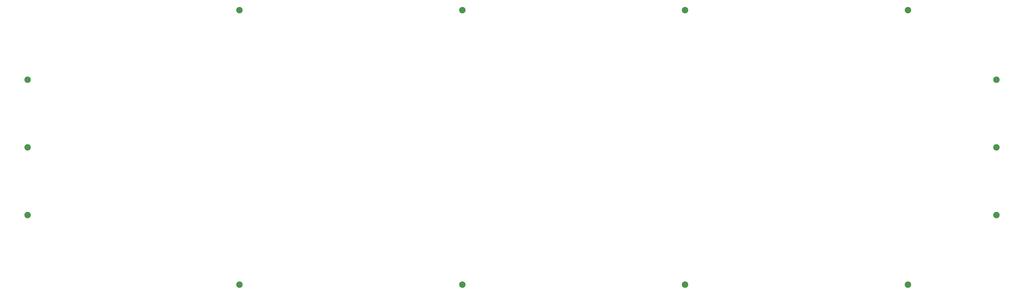
<source format=gbs>
G04 Layer_Color=16711935*
%FSLAX25Y25*%
%MOIN*%
G70*
G01*
G75*
%ADD25C,0.09150*%
D25*
X268032Y-31496D02*
D03*
X582992D02*
D03*
X897953D02*
D03*
X1212913D02*
D03*
Y356693D02*
D03*
X897953D02*
D03*
X582992D02*
D03*
X268032D02*
D03*
X1337706Y66929D02*
D03*
Y258268D02*
D03*
Y162599D02*
D03*
X-31181Y162598D02*
D03*
Y66929D02*
D03*
Y258268D02*
D03*
M02*

</source>
